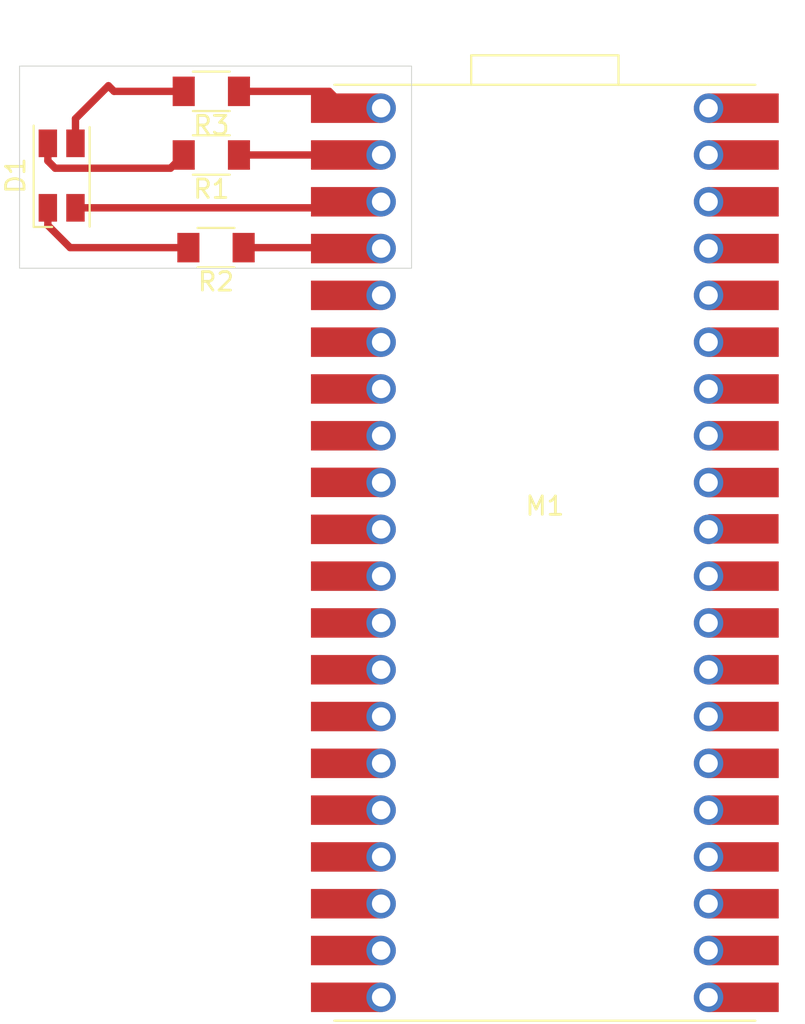
<source format=kicad_pcb>
(kicad_pcb (version 20241229) (generator "pcbnew") (generator_version "9.0")
  (layers (0 "F.Cu" signal) (2 "B.Cu" signal) (13 "F.Paste" user) (15 "B.Paste" user) (5 "F.SilkS" user "F.Silkscreen") (7 "B.SilkS" user "B.Silkscreen") (1 "F.Mask" user) (3 "B.Mask" user) (25 "Edge.Cuts" user))
  (net 0 "")
  (net 1 "Net-(D1-A)")
  (net 2 "Net-(D1-GK)")
  (net 3 "Net-(D1-BK)")
  (net 4 "Net-(D1-RK)")
  (net 17 "Net-(M1-GP2)")
  (net 23 "Net-(M1-GP1)")
  (net 34 "Net-(M1-GP0)")
  (footprint "fab:R_1206" (layer "F.Cu") (at 122.8344 88.0872 180)
    (property "Reference" "R2" (at 0 -1.85 0) (layer "F.SilkS"))
    (property "Value" "R_1206")
    (fp_line (start 1 1.07) (end -1 1.07) (stroke (width 0.12)) (layer "F.SilkS"))
    (fp_line (start -1 -1.07) (end 1 -1.07) (stroke (width 0.12)) (layer "F.SilkS"))
    (pad "1" smd rect (at -1.5 0 180) (size 1.2 1.6) (layers "F.Cu" "F.Mask" "F.Paste") (net 17 "Net-(M1-GP2)"))
    (pad "2" smd rect (at 1.5 0 180) (size 1.2 1.6) (layers "F.Cu" "F.Mask" "F.Paste") (net 4 "Net-(D1-RK)"))
  )
  (footprint "fab:R_1206" (layer "F.Cu") (at 122.5804 79.6036 180)
    (property "Reference" "R3" (at 0 -1.85 0) (layer "F.SilkS"))
    (property "Value" "R_1206")
    (fp_line (start 1 1.07) (end -1 1.07) (stroke (width 0.12)) (layer "F.SilkS"))
    (fp_line (start -1 -1.07) (end 1 -1.07) (stroke (width 0.12)) (layer "F.SilkS"))
    (pad "1" smd rect (at -1.5 0 180) (size 1.2 1.6) (layers "F.Cu" "F.Mask" "F.Paste") (net 34 "Net-(M1-GP0)"))
    (pad "2" smd rect (at 1.5 0 180) (size 1.2 1.6) (layers "F.Cu" "F.Mask" "F.Paste") (net 3 "Net-(D1-BK)"))
  )
  (footprint "fab:RaspberryPi_PicoW_Combined" (layer "F.Cu") (at 140.6906 104.648)
    (property "Reference" "M1" (at 0.0025 -2.54 0) (layer "F.SilkS"))
    (property "Value" "Module_RaspberryPi_PicoW_Combined")
    (fp_line (start -11.43 25.4) (end 11.43 25.4) (stroke (width 0.12)) (layer "F.SilkS"))
    (fp_line (start -4 -27) (end 4 -27) (stroke (width 0.12)) (layer "F.SilkS"))
    (fp_line (start -4 -25.4) (end -4 -27) (stroke (width 0.12)) (layer "F.SilkS"))
    (fp_line (start 4 -27) (end 4 -25.4) (stroke (width 0.12)) (layer "F.SilkS"))
    (fp_line (start 8.89 -25.4) (end -11.43 -25.4) (stroke (width 0.12)) (layer "F.SilkS"))
    (fp_line (start 11.43 -25.4) (end 8.89 -25.4) (stroke (width 0.12)) (layer "F.SilkS"))
    (pad "1" smd rect (at -10.795 -24.13) (size 3.81 1.6) (layers "F.Cu" "F.Mask" "F.Paste") (net 34 "Net-(M1-GP0)"))
    (pad "1" thru_hole circle (at -8.89 -24.13) (size 1.6 1.6) (drill 1) (layers "*.Cu" "*.Mask") (net 34 "Net-(M1-GP0)"))
    (pad "2" smd rect (at -10.795 -21.59) (size 3.81 1.6) (layers "F.Cu" "F.Mask" "F.Paste") (net 23 "Net-(M1-GP1)"))
    (pad "2" thru_hole circle (at -8.89 -21.59) (size 1.6 1.6) (drill 1) (layers "*.Cu" "*.Mask") (net 23 "Net-(M1-GP1)"))
    (pad "3" smd rect (at -10.795 -19.05) (size 3.81 1.6) (layers "F.Cu" "F.Mask" "F.Paste") (net 1 "Net-(D1-A)"))
    (pad "3" thru_hole circle (at -8.89 -19.05) (size 1.6 1.6) (drill 1) (layers "*.Cu" "*.Mask") (net 1 "Net-(D1-A)"))
    (pad "4" smd rect (at -10.795 -16.51) (size 3.81 1.6) (layers "F.Cu" "F.Mask" "F.Paste") (net 17 "Net-(M1-GP2)"))
    (pad "4" thru_hole circle (at -8.89 -16.51) (size 1.6 1.6) (drill 1) (layers "*.Cu" "*.Mask") (net 17 "Net-(M1-GP2)"))
    (pad "5" smd rect (at -10.795 -13.97) (size 3.81 1.6) (layers "F.Cu" "F.Mask" "F.Paste"))
    (pad "5" thru_hole circle (at -8.89 -13.97) (size 1.6 1.6) (drill 1) (layers "*.Cu" "*.Mask"))
    (pad "6" smd rect (at -10.795 -11.43) (size 3.81 1.6) (layers "F.Cu" "F.Mask" "F.Paste"))
    (pad "6" thru_hole circle (at -8.89 -11.43) (size 1.6 1.6) (drill 1) (layers "*.Cu" "*.Mask"))
    (pad "7" smd rect (at -10.795 -8.89) (size 3.81 1.6) (layers "F.Cu" "F.Mask" "F.Paste"))
    (pad "7" thru_hole circle (at -8.89 -8.89) (size 1.6 1.6) (drill 1) (layers "*.Cu" "*.Mask"))
    (pad "8" smd rect (at -10.795 -6.35) (size 3.81 1.6) (layers "F.Cu" "F.Mask" "F.Paste") (net 1 "Net-(D1-A)"))
    (pad "8" thru_hole circle (at -8.89 -6.35) (size 1.6 1.6) (drill 1) (layers "*.Cu" "*.Mask") (net 1 "Net-(D1-A)"))
    (pad "9" smd rect (at -10.795 -3.819556) (size 3.81 1.6) (layers "F.Cu" "F.Mask" "F.Paste"))
    (pad "9" thru_hole circle (at -8.89 -3.81) (size 1.6 1.6) (drill 1) (layers "*.Cu" "*.Mask"))
    (pad "10" smd rect (at -10.795 -1.27) (size 3.81 1.6) (layers "F.Cu" "F.Mask" "F.Paste"))
    (pad "10" thru_hole circle (at -8.89 -1.27) (size 1.6 1.6) (drill 1) (layers "*.Cu" "*.Mask"))
    (pad "11" smd rect (at -10.795 1.27) (size 3.81 1.6) (layers "F.Cu" "F.Mask" "F.Paste"))
    (pad "11" thru_hole circle (at -8.89 1.27) (size 1.6 1.6) (drill 1) (layers "*.Cu" "*.Mask"))
    (pad "12" smd rect (at -10.795 3.81) (size 3.81 1.6) (layers "F.Cu" "F.Mask" "F.Paste"))
    (pad "12" thru_hole circle (at -8.89 3.81) (size 1.6 1.6) (drill 1) (layers "*.Cu" "*.Mask"))
    (pad "13" smd rect (at -10.795 6.35) (size 3.81 1.6) (layers "F.Cu" "F.Mask" "F.Paste") (net 1 "Net-(D1-A)"))
    (pad "13" thru_hole circle (at -8.89 6.35) (size 1.6 1.6) (drill 1) (layers "*.Cu" "*.Mask") (net 1 "Net-(D1-A)"))
    (pad "14" smd rect (at -10.795 8.89) (size 3.81 1.6) (layers "F.Cu" "F.Mask" "F.Paste"))
    (pad "14" thru_hole circle (at -8.89 8.89) (size 1.6 1.6) (drill 1) (layers "*.Cu" "*.Mask"))
    (pad "15" smd rect (at -10.795 11.43) (size 3.81 1.6) (layers "F.Cu" "F.Mask" "F.Paste"))
    (pad "15" thru_hole circle (at -8.89 11.43) (size 1.6 1.6) (drill 1) (layers "*.Cu" "*.Mask"))
    (pad "16" smd rect (at -10.795 13.97) (size 3.81 1.6) (layers "F.Cu" "F.Mask" "F.Paste"))
    (pad "16" thru_hole circle (at -8.89 13.97) (size 1.6 1.6) (drill 1) (layers "*.Cu" "*.Mask"))
    (pad "17" smd rect (at -10.795 16.51) (size 3.81 1.6) (layers "F.Cu" "F.Mask" "F.Paste"))
    (pad "17" thru_hole circle (at -8.89 16.51) (size 1.6 1.6) (drill 1) (layers "*.Cu" "*.Mask"))
    (pad "18" smd rect (at -10.795 19.05) (size 3.81 1.6) (layers "F.Cu" "F.Mask" "F.Paste") (net 1 "Net-(D1-A)"))
    (pad "18" thru_hole circle (at -8.89 19.05) (size 1.6 1.6) (drill 1) (layers "*.Cu" "*.Mask") (net 1 "Net-(D1-A)"))
    (pad "19" smd rect (at -10.795 21.59) (size 3.81 1.6) (layers "F.Cu" "F.Mask" "F.Paste"))
    (pad "19" thru_hole circle (at -8.89 21.59) (size 1.6 1.6) (drill 1) (layers "*.Cu" "*.Mask"))
    (pad "20" smd rect (at -10.795 24.13) (size 3.81 1.6) (layers "F.Cu" "F.Mask" "F.Paste"))
    (pad "20" thru_hole circle (at -8.89 24.13) (size 1.6 1.6) (drill 1) (layers "*.Cu" "*.Mask"))
    (pad "21" thru_hole circle (at 8.89 24.13) (size 1.6 1.6) (drill 1) (layers "*.Cu" "*.Mask"))
    (pad "21" smd rect (at 10.795 24.13) (size 3.81 1.6) (layers "F.Cu" "F.Mask" "F.Paste"))
    (pad "22" thru_hole circle (at 8.89 21.59) (size 1.6 1.6) (drill 1) (layers "*.Cu" "*.Mask"))
    (pad "22" smd rect (at 10.795 21.59) (size 3.81 1.6) (layers "F.Cu" "F.Mask" "F.Paste"))
    (pad "23" thru_hole circle (at 8.89 19.05) (size 1.6 1.6) (drill 1) (layers "*.Cu" "*.Mask") (net 1 "Net-(D1-A)"))
    (pad "23" smd rect (at 10.795 19.05) (size 3.81 1.6) (layers "F.Cu" "F.Mask" "F.Paste") (net 1 "Net-(D1-A)"))
    (pad "24" thru_hole circle (at 8.89 16.51) (size 1.6 1.6) (drill 1) (layers "*.Cu" "*.Mask"))
    (pad "24" smd rect (at 10.795 16.51) (size 3.81 1.6) (layers "F.Cu" "F.Mask" "F.Paste"))
    (pad "25" thru_hole circle (at 8.89 13.97) (size 1.6 1.6) (drill 1) (layers "*.Cu" "*.Mask"))
    (pad "25" smd rect (at 10.795 13.97) (size 3.81 1.6) (layers "F.Cu" "F.Mask" "F.Paste"))
    (pad "26" thru_hole circle (at 8.89 11.43) (size 1.6 1.6) (drill 1) (layers "*.Cu" "*.Mask"))
    (pad "26" smd rect (at 10.795 11.43) (size 3.81 1.6) (layers "F.Cu" "F.Mask" "F.Paste"))
    (pad "27" thru_hole circle (at 8.89 8.89) (size 1.6 1.6) (drill 1) (layers "*.Cu" "*.Mask"))
    (pad "27" smd rect (at 10.795 8.89) (size 3.81 1.6) (layers "F.Cu" "F.Mask" "F.Paste"))
    (pad "28" thru_hole circle (at 8.89 6.35) (size 1.6 1.6) (drill 1) (layers "*.Cu" "*.Mask") (net 1 "Net-(D1-A)"))
    (pad "28" smd rect (at 10.795 6.35) (size 3.81 1.6) (layers "F.Cu" "F.Mask" "F.Paste") (net 1 "Net-(D1-A)"))
    (pad "29" thru_hole circle (at 8.89 3.81) (size 1.6 1.6) (drill 1) (layers "*.Cu" "*.Mask"))
    (pad "29" smd rect (at 10.795 3.81) (size 3.81 1.6) (layers "F.Cu" "F.Mask" "F.Paste"))
    (pad "30" thru_hole circle (at 8.89 1.27) (size 1.6 1.6) (drill 1) (layers "*.Cu" "*.Mask"))
    (pad "30" smd rect (at 10.795 1.27) (size 3.81 1.6) (layers "F.Cu" "F.Mask" "F.Paste"))
    (pad "31" thru_hole circle (at 8.89 -1.27) (size 1.6 1.6) (drill 1) (layers "*.Cu" "*.Mask"))
    (pad "31" smd rect (at 10.786443 -1.297864) (size 3.81 1.6) (layers "F.Cu" "F.Mask" "F.Paste"))
    (pad "32" thru_hole circle (at 8.89 -3.81) (size 1.6 1.6) (drill 1) (layers "*.Cu" "*.Mask"))
    (pad "32" smd rect (at 10.795 -3.81) (size 3.81 1.6) (layers "F.Cu" "F.Mask" "F.Paste"))
    (pad "33" thru_hole circle (at 8.89 -6.35) (size 1.6 1.6) (drill 1) (layers "*.Cu" "*.Mask") (net 1 "Net-(D1-A)"))
    (pad "33" smd rect (at 10.795 -6.35) (size 3.81 1.6) (layers "F.Cu" "F.Mask" "F.Paste") (net 1 "Net-(D1-A)"))
    (pad "34" thru_hole circle (at 8.89 -8.89) (size 1.6 1.6) (drill 1) (layers "*.Cu" "*.Mask"))
    (pad "34" smd rect (at 10.795 -8.89) (size 3.81 1.6) (layers "F.Cu" "F.Mask" "F.Paste"))
    (pad "35" thru_hole circle (at 8.89 -11.43) (size 1.6 1.6) (drill 1) (layers "*.Cu" "*.Mask"))
    (pad "35" smd rect (at 10.795 -11.43) (size 3.81 1.6) (layers "F.Cu" "F.Mask" "F.Paste"))
    (pad "36" thru_hole circle (at 8.89 -13.97) (size 1.6 1.6) (drill 1) (layers "*.Cu" "*.Mask"))
    (pad "36" smd rect (at 10.795 -13.97) (size 3.81 1.6) (layers "F.Cu" "F.Mask" "F.Paste"))
    (pad "37" thru_hole circle (at 8.89 -16.51) (size 1.6 1.6) (drill 1) (layers "*.Cu" "*.Mask"))
    (pad "37" smd rect (at 10.795 -16.51) (size 3.81 1.6) (layers "F.Cu" "F.Mask" "F.Paste"))
    (pad "38" thru_hole circle (at 8.89 -19.05) (size 1.6 1.6) (drill 1) (layers "*.Cu" "*.Mask") (net 1 "Net-(D1-A)"))
    (pad "38" smd rect (at 10.795 -19.05) (size 3.81 1.6) (layers "F.Cu" "F.Mask" "F.Paste") (net 1 "Net-(D1-A)"))
    (pad "39" thru_hole circle (at 8.89 -21.59) (size 1.6 1.6) (drill 1) (layers "*.Cu" "*.Mask"))
    (pad "39" smd rect (at 10.795 -21.59) (size 3.81 1.6) (layers "F.Cu" "F.Mask" "F.Paste"))
    (pad "40" thru_hole circle (at 8.89 -24.13) (size 1.6 1.6) (drill 1) (layers "*.Cu" "*.Mask"))
    (pad "40" smd rect (at 10.795 -24.13) (size 3.81 1.6) (layers "F.Cu" "F.Mask" "F.Paste"))
  )
  (footprint "fab:LED_RGB_CreeLED_CLV1A-FKB" (layer "F.Cu") (at 114.4524 84.1756 90)
    (property "Reference" "D1" (at 0 -2.5 90) (layer "F.SilkS"))
    (property "Value" "LED_RGB_CreeLED_PLCC4")
    (fp_line (start 2.71 -1.52) (end -2.79 -1.52) (stroke (width 0.12)) (layer "F.SilkS"))
    (fp_line (start -2.79 -0.52) (end -2.79 -1.52) (stroke (width 0.12)) (layer "F.SilkS"))
    (fp_line (start 2.63 1.52) (end -2.77 1.52) (stroke (width 0.12)) (layer "F.SilkS"))
    (pad "1" smd rect (at -1.75 -0.75 270) (size 1.5 1) (layers "F.Cu" "F.Mask" "F.Paste") (net 4 "Net-(D1-RK)"))
    (pad "2" smd rect (at -1.75 0.75 270) (size 1.5 1) (layers "F.Cu" "F.Mask" "F.Paste") (net 1 "Net-(D1-A)"))
    (pad "3" smd rect (at 1.75 0.75 270) (size 1.5 1) (layers "F.Cu" "F.Mask" "F.Paste") (net 3 "Net-(D1-BK)"))
    (pad "4" smd rect (at 1.75 -0.75 270) (size 1.5 1) (layers "F.Cu" "F.Mask" "F.Paste") (net 2 "Net-(D1-GK)"))
  )
  (footprint "fab:R_1206" (layer "F.Cu") (at 122.5804 83.058 180)
    (property "Reference" "R1" (at 0 -1.85 0) (layer "F.SilkS"))
    (property "Value" "R_1206")
    (fp_line (start 1 1.07) (end -1 1.07) (stroke (width 0.12)) (layer "F.SilkS"))
    (fp_line (start -1 -1.07) (end 1 -1.07) (stroke (width 0.12)) (layer "F.SilkS"))
    (pad "1" smd rect (at -1.5 0 180) (size 1.2 1.6) (layers "F.Cu" "F.Mask" "F.Paste") (net 23 "Net-(M1-GP1)"))
    (pad "2" smd rect (at 1.5 0 180) (size 1.2 1.6) (layers "F.Cu" "F.Mask" "F.Paste") (net 2 "Net-(D1-GK)"))
  )
  (gr_rect (start 112.1664 78.232) (end 133.4516 89.2048) (stroke (width 0.05)) (fill no) (layer "Edge.Cuts"))
  (segment (start 115.2024 85.9256) (end 129.568 85.9256) (width 0.4) (layer "F.Cu") (net 1))
  (segment (start 129.568 85.9256) (end 129.8956 85.598) (width 0.4) (layer "F.Cu") (net 1))
  (segment (start 113.7024 82.4256) (end 113.7024 83.3776) (width 0.4) (layer "F.Cu") (net 2))
  (segment (start 113.7024 83.3776) (end 114.1014 83.7766) (width 0.4) (layer "F.Cu") (net 2))
  (segment (start 120.3618 83.7766) (end 121.0804 83.058) (width 0.4) (layer "F.Cu") (net 2))
  (segment (start 114.1014 83.7766) (end 120.3618 83.7766) (width 0.4) (layer "F.Cu") (net 2))
  (segment (start 115.2024 81.0888) (end 116.9924 79.2988) (width 0.4) (layer "F.Cu") (net 3))
  (segment (start 117.2972 79.6036) (end 121.0804 79.6036) (width 0.4) (layer "F.Cu") (net 3))
  (segment (start 115.2024 82.4256) (end 115.2024 81.0888) (width 0.4) (layer "F.Cu") (net 3))
  (segment (start 116.9924 79.2988) (end 117.2972 79.6036) (width 0.4) (layer "F.Cu") (net 3))
  (segment (start 121.3344 88.0872) (end 114.912 88.0872) (width 0.4) (layer "F.Cu") (net 4))
  (segment (start 113.7024 86.8776) (end 113.7024 85.9256) (width 0.4) (layer "F.Cu") (net 4))
  (segment (start 114.912 88.0872) (end 113.7024 86.8776) (width 0.4) (layer "F.Cu") (net 4))
  (segment (start 129.8448 88.0872) (end 129.8956 88.138) (width 0.4) (layer "F.Cu") (net 17))
  (segment (start 124.3344 88.0872) (end 129.8448 88.0872) (width 0.4) (layer "F.Cu") (net 17))
  (segment (start 124.0804 83.058) (end 129.8956 83.058) (width 0.4) (layer "F.Cu") (net 23))
  (segment (start 124.0804 79.6036) (end 128.9812 79.6036) (width 0.4) (layer "F.Cu") (net 34))
  (segment (start 128.9812 79.6036) (end 129.8956 80.518) (width 0.4) (layer "F.Cu") (net 34))
)
</source>
